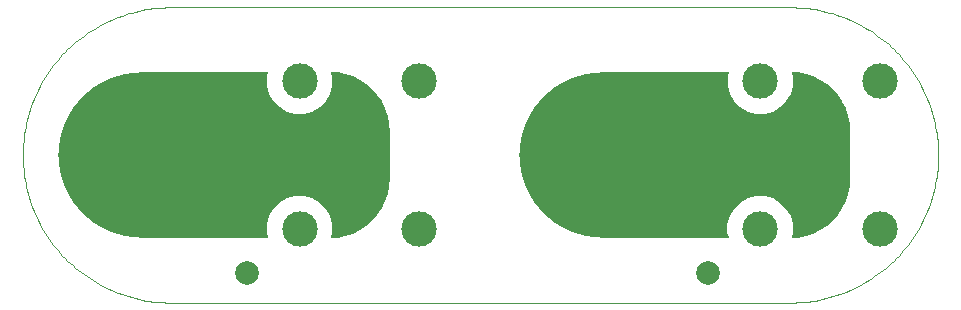
<source format=gtl>
G04 EAGLE Gerber RS-274X export*
G75*
%MOMM*%
%FSLAX35Y35*%
%LPD*%
%INcopper_top*%
%IPPOS*%
%AMOC8*
5,1,8,0,0,1.08239X$1,22.5*%
G01*
%ADD10C,0.000000*%
%ADD11C,3.000000*%
%ADD12C,5.000000*%
%ADD13C,14.000000*%
%ADD14C,2.000000*%

G36*
X-878634Y-704854D02*
X-878634Y-704854D01*
X-877903Y-704785D01*
X-877665Y-704657D01*
X-877401Y-704603D01*
X-876797Y-704189D01*
X-876152Y-703842D01*
X-875983Y-703631D01*
X-875760Y-703478D01*
X-875364Y-702859D01*
X-874907Y-702289D01*
X-874834Y-702030D01*
X-874688Y-701802D01*
X-874565Y-701078D01*
X-874366Y-700374D01*
X-874394Y-700074D01*
X-874354Y-699840D01*
X-874456Y-699409D01*
X-874522Y-698706D01*
X-884500Y-661468D01*
X-884500Y-588532D01*
X-865623Y-518082D01*
X-829155Y-454917D01*
X-777583Y-403345D01*
X-714418Y-366877D01*
X-643968Y-347999D01*
X-571032Y-347999D01*
X-500582Y-366877D01*
X-437417Y-403345D01*
X-385845Y-454917D01*
X-349377Y-518082D01*
X-330499Y-588532D01*
X-330499Y-661468D01*
X-340221Y-697748D01*
X-340276Y-698641D01*
X-340368Y-699529D01*
X-340337Y-699629D01*
X-340343Y-699735D01*
X-340046Y-700577D01*
X-339784Y-701431D01*
X-339716Y-701512D01*
X-339681Y-701611D01*
X-339079Y-702270D01*
X-338504Y-702955D01*
X-338411Y-703003D01*
X-338339Y-703081D01*
X-337529Y-703453D01*
X-336732Y-703859D01*
X-336617Y-703871D01*
X-336531Y-703910D01*
X-336118Y-703923D01*
X-335065Y-704031D01*
X-284410Y-700711D01*
X-284135Y-700636D01*
X-283762Y-700626D01*
X-219615Y-687866D01*
X-219352Y-687756D01*
X-218984Y-687697D01*
X-157052Y-666674D01*
X-156805Y-666530D01*
X-156447Y-666423D01*
X-97789Y-637497D01*
X-97563Y-637322D01*
X-97223Y-637170D01*
X-42842Y-600833D01*
X-42641Y-600631D01*
X-42323Y-600435D01*
X6850Y-557312D01*
X7023Y-557085D01*
X7312Y-556850D01*
X50435Y-507677D01*
X50577Y-507429D01*
X50833Y-507158D01*
X87170Y-452778D01*
X87278Y-452513D01*
X87497Y-452211D01*
X116423Y-393553D01*
X116496Y-393277D01*
X116674Y-392948D01*
X137697Y-331016D01*
X137733Y-330734D01*
X137866Y-330385D01*
X150626Y-266238D01*
X150625Y-265953D01*
X150711Y-265590D01*
X154989Y-200327D01*
X154969Y-200180D01*
X154999Y-200000D01*
X154999Y200000D01*
X154994Y200028D01*
X154997Y200048D01*
X154971Y200156D01*
X154989Y200327D01*
X150711Y265590D01*
X150636Y265865D01*
X150626Y266238D01*
X137866Y330385D01*
X137756Y330648D01*
X137697Y331016D01*
X116674Y392948D01*
X116530Y393195D01*
X116423Y393553D01*
X87497Y452211D01*
X87322Y452437D01*
X87170Y452778D01*
X50833Y507158D01*
X50631Y507359D01*
X50435Y507677D01*
X7312Y556850D01*
X7085Y557023D01*
X6850Y557312D01*
X-42323Y600435D01*
X-42571Y600577D01*
X-42842Y600833D01*
X-97223Y637170D01*
X-97487Y637278D01*
X-97789Y637497D01*
X-156447Y666423D01*
X-156723Y666496D01*
X-157052Y666674D01*
X-218984Y687697D01*
X-219266Y687733D01*
X-219615Y687866D01*
X-283762Y700626D01*
X-284047Y700625D01*
X-284410Y700711D01*
X-334693Y704007D01*
X-335574Y703887D01*
X-336467Y703803D01*
X-336561Y703753D01*
X-336664Y703739D01*
X-337428Y703286D01*
X-338219Y702860D01*
X-338285Y702777D01*
X-338375Y702724D01*
X-338906Y702003D01*
X-339464Y701307D01*
X-339492Y701207D01*
X-339555Y701121D01*
X-339763Y700250D01*
X-340005Y699393D01*
X-339994Y699278D01*
X-340016Y699185D01*
X-339947Y698776D01*
X-339848Y697724D01*
X-329999Y660968D01*
X-329999Y588032D01*
X-348877Y517582D01*
X-385345Y454417D01*
X-436917Y402845D01*
X-500082Y366377D01*
X-570532Y347499D01*
X-643468Y347499D01*
X-713918Y366377D01*
X-777083Y402845D01*
X-828655Y454417D01*
X-865123Y517582D01*
X-884000Y588032D01*
X-884000Y660968D01*
X-873888Y698706D01*
X-873843Y699438D01*
X-873720Y700160D01*
X-873783Y700423D01*
X-873766Y700692D01*
X-874010Y701383D01*
X-874178Y702096D01*
X-874338Y702314D01*
X-874428Y702568D01*
X-874921Y703109D01*
X-875356Y703701D01*
X-875588Y703839D01*
X-875770Y704038D01*
X-876434Y704343D01*
X-877065Y704719D01*
X-877364Y704769D01*
X-877578Y704868D01*
X-878019Y704881D01*
X-878717Y704999D01*
X-1950000Y704999D01*
X-1950080Y704983D01*
X-1950160Y704997D01*
X-1951053Y704785D01*
X-1951950Y704603D01*
X-1952017Y704558D01*
X-1952096Y704539D01*
X-1952836Y703996D01*
X-1953591Y703478D01*
X-1953635Y703410D01*
X-1953701Y703362D01*
X-1954170Y702573D01*
X-1954663Y701802D01*
X-1954677Y701722D01*
X-1954719Y701652D01*
X-1954999Y700000D01*
X-1954999Y-700000D01*
X-1954983Y-700080D01*
X-1954997Y-700160D01*
X-1954785Y-701053D01*
X-1954603Y-701950D01*
X-1954558Y-702017D01*
X-1954539Y-702096D01*
X-1953996Y-702836D01*
X-1953478Y-703591D01*
X-1953410Y-703635D01*
X-1953362Y-703701D01*
X-1952573Y-704170D01*
X-1951802Y-704663D01*
X-1951722Y-704677D01*
X-1951652Y-704719D01*
X-1950000Y-704999D01*
X-879351Y-704999D01*
X-878634Y-704854D01*
G37*
G36*
X3021366Y-704854D02*
X3021366Y-704854D01*
X3022096Y-704785D01*
X3022334Y-704657D01*
X3022598Y-704603D01*
X3023203Y-704189D01*
X3023848Y-703842D01*
X3024017Y-703631D01*
X3024240Y-703478D01*
X3024635Y-702859D01*
X3025093Y-702289D01*
X3025166Y-702030D01*
X3025312Y-701802D01*
X3025435Y-701078D01*
X3025634Y-700374D01*
X3025606Y-700074D01*
X3025645Y-699840D01*
X3025543Y-699409D01*
X3025478Y-698706D01*
X3015499Y-661468D01*
X3015499Y-588532D01*
X3034377Y-518082D01*
X3070845Y-454917D01*
X3122417Y-403345D01*
X3185582Y-366877D01*
X3256032Y-347999D01*
X3328968Y-347999D01*
X3399418Y-366877D01*
X3462583Y-403345D01*
X3514155Y-454917D01*
X3550623Y-518082D01*
X3569500Y-588532D01*
X3569500Y-661468D01*
X3559779Y-697748D01*
X3559724Y-698641D01*
X3559632Y-699529D01*
X3559663Y-699629D01*
X3559657Y-699735D01*
X3559954Y-700577D01*
X3560216Y-701431D01*
X3560284Y-701512D01*
X3560319Y-701611D01*
X3560920Y-702270D01*
X3561496Y-702955D01*
X3561589Y-703003D01*
X3561660Y-703081D01*
X3562471Y-703453D01*
X3563268Y-703859D01*
X3563383Y-703871D01*
X3563469Y-703910D01*
X3563882Y-703923D01*
X3564935Y-704031D01*
X3615590Y-700711D01*
X3615865Y-700636D01*
X3616238Y-700626D01*
X3680385Y-687866D01*
X3680648Y-687756D01*
X3681016Y-687697D01*
X3742948Y-666674D01*
X3743195Y-666530D01*
X3743553Y-666423D01*
X3802211Y-637497D01*
X3802437Y-637322D01*
X3802778Y-637170D01*
X3857158Y-600833D01*
X3857359Y-600631D01*
X3857677Y-600435D01*
X3906850Y-557312D01*
X3907023Y-557085D01*
X3907312Y-556850D01*
X3950435Y-507677D01*
X3950577Y-507429D01*
X3950833Y-507158D01*
X3987170Y-452778D01*
X3987278Y-452513D01*
X3987497Y-452211D01*
X4016423Y-393553D01*
X4016496Y-393277D01*
X4016674Y-392948D01*
X4037697Y-331016D01*
X4037733Y-330734D01*
X4037866Y-330385D01*
X4050626Y-266238D01*
X4050625Y-265953D01*
X4050711Y-265590D01*
X4054989Y-200327D01*
X4054969Y-200180D01*
X4054999Y-200000D01*
X4054999Y200000D01*
X4054994Y200028D01*
X4054997Y200048D01*
X4054971Y200156D01*
X4054989Y200327D01*
X4050711Y265590D01*
X4050636Y265865D01*
X4050626Y266238D01*
X4037866Y330385D01*
X4037756Y330648D01*
X4037697Y331016D01*
X4016674Y392948D01*
X4016530Y393195D01*
X4016423Y393553D01*
X3987497Y452211D01*
X3987322Y452437D01*
X3987170Y452778D01*
X3950833Y507158D01*
X3950631Y507359D01*
X3950435Y507677D01*
X3907312Y556850D01*
X3907085Y557023D01*
X3906850Y557312D01*
X3857677Y600435D01*
X3857429Y600577D01*
X3857158Y600833D01*
X3802778Y637170D01*
X3802513Y637278D01*
X3802211Y637497D01*
X3743553Y666423D01*
X3743277Y666496D01*
X3742948Y666674D01*
X3681016Y687697D01*
X3680734Y687733D01*
X3680385Y687866D01*
X3616238Y700626D01*
X3615953Y700625D01*
X3615590Y700711D01*
X3565307Y704007D01*
X3564425Y703887D01*
X3563533Y703803D01*
X3563439Y703753D01*
X3563336Y703739D01*
X3562572Y703286D01*
X3561781Y702860D01*
X3561714Y702777D01*
X3561624Y702724D01*
X3561094Y702003D01*
X3560536Y701307D01*
X3560508Y701207D01*
X3560445Y701121D01*
X3560237Y700250D01*
X3559995Y699393D01*
X3560006Y699278D01*
X3559984Y699185D01*
X3560053Y698776D01*
X3560151Y697724D01*
X3570000Y660968D01*
X3570000Y588032D01*
X3551123Y517582D01*
X3514655Y454417D01*
X3463083Y402845D01*
X3399918Y366377D01*
X3329468Y347499D01*
X3256532Y347499D01*
X3186082Y366377D01*
X3122917Y402845D01*
X3071345Y454417D01*
X3034877Y517582D01*
X3015999Y588032D01*
X3015999Y660968D01*
X3026112Y698706D01*
X3026157Y699438D01*
X3026279Y700160D01*
X3026217Y700423D01*
X3026234Y700692D01*
X3025990Y701383D01*
X3025821Y702096D01*
X3025661Y702314D01*
X3025572Y702568D01*
X3025078Y703109D01*
X3024644Y703701D01*
X3024412Y703839D01*
X3024230Y704038D01*
X3023565Y704343D01*
X3022934Y704719D01*
X3022636Y704769D01*
X3022421Y704868D01*
X3021980Y704881D01*
X3021283Y704999D01*
X1950000Y704999D01*
X1949920Y704983D01*
X1949840Y704997D01*
X1948947Y704785D01*
X1948050Y704603D01*
X1947983Y704558D01*
X1947904Y704539D01*
X1947164Y703996D01*
X1946409Y703478D01*
X1946365Y703410D01*
X1946299Y703362D01*
X1945830Y702573D01*
X1945337Y701802D01*
X1945323Y701722D01*
X1945281Y701652D01*
X1945001Y700000D01*
X1945001Y-700000D01*
X1945017Y-700080D01*
X1945003Y-700160D01*
X1945215Y-701053D01*
X1945397Y-701950D01*
X1945443Y-702017D01*
X1945461Y-702096D01*
X1946004Y-702836D01*
X1946522Y-703591D01*
X1946590Y-703635D01*
X1946638Y-703701D01*
X1947428Y-704170D01*
X1948198Y-704663D01*
X1948278Y-704677D01*
X1948348Y-704719D01*
X1950000Y-704999D01*
X3020648Y-704999D01*
X3021366Y-704854D01*
G37*
D10*
X-1700000Y1250000D02*
X3550000Y1250000D01*
X3580205Y1249635D01*
X3610392Y1248540D01*
X3640544Y1246716D01*
X3670642Y1244165D01*
X3700671Y1240886D01*
X3730611Y1236883D01*
X3760446Y1232158D01*
X3790158Y1226713D01*
X3819730Y1220551D01*
X3849145Y1213677D01*
X3878384Y1206094D01*
X3907432Y1197807D01*
X3936271Y1188821D01*
X3964885Y1179140D01*
X3993256Y1168770D01*
X4021369Y1157718D01*
X4049206Y1145990D01*
X4076751Y1133593D01*
X4103989Y1120534D01*
X4130904Y1106820D01*
X4157479Y1092460D01*
X4183700Y1077462D01*
X4209550Y1061835D01*
X4235016Y1045588D01*
X4260081Y1028730D01*
X4284732Y1011271D01*
X4308953Y993222D01*
X4332731Y974593D01*
X4356053Y955395D01*
X4378903Y935638D01*
X4401270Y915336D01*
X4423139Y894499D01*
X4444499Y873139D01*
X4465336Y851270D01*
X4485638Y828903D01*
X4505395Y806053D01*
X4524593Y782731D01*
X4543222Y758953D01*
X4561271Y734732D01*
X4578730Y710081D01*
X4595588Y685016D01*
X4611835Y659550D01*
X4627462Y633700D01*
X4642460Y607479D01*
X4656820Y580904D01*
X4670534Y553989D01*
X4683593Y526751D01*
X4695990Y499206D01*
X4707718Y471369D01*
X4718770Y443256D01*
X4729140Y414885D01*
X4738821Y386271D01*
X4747807Y357432D01*
X4756094Y328384D01*
X4763677Y299145D01*
X4770551Y269730D01*
X4776713Y240158D01*
X4782158Y210446D01*
X4786883Y180611D01*
X4790886Y150671D01*
X4794165Y120642D01*
X4796716Y90544D01*
X4798540Y60392D01*
X4799635Y30205D01*
X4800000Y0D01*
X4799635Y-30205D01*
X4798540Y-60392D01*
X4796716Y-90544D01*
X4794165Y-120642D01*
X4790886Y-150671D01*
X4786883Y-180611D01*
X4782158Y-210446D01*
X4776713Y-240158D01*
X4770551Y-269730D01*
X4763677Y-299145D01*
X4756094Y-328384D01*
X4747807Y-357432D01*
X4738821Y-386271D01*
X4729140Y-414885D01*
X4718770Y-443256D01*
X4707718Y-471369D01*
X4695990Y-499206D01*
X4683593Y-526751D01*
X4670534Y-553989D01*
X4656820Y-580904D01*
X4642460Y-607479D01*
X4627462Y-633700D01*
X4611835Y-659550D01*
X4595588Y-685016D01*
X4578730Y-710081D01*
X4561271Y-734732D01*
X4543222Y-758953D01*
X4524593Y-782731D01*
X4505395Y-806053D01*
X4485638Y-828903D01*
X4465336Y-851270D01*
X4444499Y-873139D01*
X4423139Y-894499D01*
X4401270Y-915336D01*
X4378903Y-935638D01*
X4356053Y-955395D01*
X4332731Y-974593D01*
X4308953Y-993222D01*
X4284732Y-1011271D01*
X4260081Y-1028730D01*
X4235016Y-1045588D01*
X4209550Y-1061835D01*
X4183700Y-1077462D01*
X4157479Y-1092460D01*
X4130904Y-1106820D01*
X4103989Y-1120534D01*
X4076751Y-1133593D01*
X4049206Y-1145990D01*
X4021369Y-1157718D01*
X3993256Y-1168770D01*
X3964885Y-1179140D01*
X3936271Y-1188821D01*
X3907432Y-1197807D01*
X3878384Y-1206094D01*
X3849145Y-1213677D01*
X3819730Y-1220551D01*
X3790158Y-1226713D01*
X3760446Y-1232158D01*
X3730611Y-1236883D01*
X3700671Y-1240886D01*
X3670642Y-1244165D01*
X3640544Y-1246716D01*
X3610392Y-1248540D01*
X3580205Y-1249635D01*
X3550000Y-1250000D01*
X-1700000Y-1250000D01*
X-1730205Y-1249635D01*
X-1760392Y-1248540D01*
X-1790544Y-1246716D01*
X-1820642Y-1244165D01*
X-1850671Y-1240886D01*
X-1880611Y-1236883D01*
X-1910446Y-1232158D01*
X-1940158Y-1226713D01*
X-1969730Y-1220551D01*
X-1999145Y-1213677D01*
X-2028384Y-1206094D01*
X-2057432Y-1197807D01*
X-2086271Y-1188821D01*
X-2114885Y-1179140D01*
X-2143256Y-1168770D01*
X-2171369Y-1157718D01*
X-2199206Y-1145990D01*
X-2226751Y-1133593D01*
X-2253989Y-1120534D01*
X-2280904Y-1106820D01*
X-2307479Y-1092460D01*
X-2333700Y-1077462D01*
X-2359550Y-1061835D01*
X-2385016Y-1045588D01*
X-2410081Y-1028730D01*
X-2434732Y-1011271D01*
X-2458953Y-993222D01*
X-2482731Y-974593D01*
X-2506053Y-955395D01*
X-2528903Y-935638D01*
X-2551270Y-915336D01*
X-2573139Y-894499D01*
X-2594499Y-873139D01*
X-2615336Y-851270D01*
X-2635638Y-828903D01*
X-2655395Y-806053D01*
X-2674593Y-782731D01*
X-2693222Y-758953D01*
X-2711271Y-734732D01*
X-2728730Y-710081D01*
X-2745588Y-685016D01*
X-2761835Y-659550D01*
X-2777462Y-633700D01*
X-2792460Y-607479D01*
X-2806820Y-580904D01*
X-2820534Y-553989D01*
X-2833593Y-526751D01*
X-2845990Y-499206D01*
X-2857718Y-471369D01*
X-2868770Y-443256D01*
X-2879140Y-414885D01*
X-2888821Y-386271D01*
X-2897807Y-357432D01*
X-2906094Y-328384D01*
X-2913677Y-299145D01*
X-2920551Y-269730D01*
X-2926713Y-240158D01*
X-2932158Y-210446D01*
X-2936883Y-180611D01*
X-2940886Y-150671D01*
X-2944165Y-120642D01*
X-2946716Y-90544D01*
X-2948540Y-60392D01*
X-2949635Y-30205D01*
X-2950000Y0D01*
X-2949635Y30205D01*
X-2948540Y60392D01*
X-2946716Y90544D01*
X-2944165Y120642D01*
X-2940886Y150671D01*
X-2936883Y180611D01*
X-2932158Y210446D01*
X-2926713Y240158D01*
X-2920551Y269730D01*
X-2913677Y299145D01*
X-2906094Y328384D01*
X-2897807Y357432D01*
X-2888821Y386271D01*
X-2879140Y414885D01*
X-2868770Y443256D01*
X-2857718Y471369D01*
X-2845990Y499206D01*
X-2833593Y526751D01*
X-2820534Y553989D01*
X-2806820Y580904D01*
X-2792460Y607479D01*
X-2777462Y633700D01*
X-2761835Y659550D01*
X-2745588Y685016D01*
X-2728730Y710081D01*
X-2711271Y734732D01*
X-2693222Y758953D01*
X-2674593Y782731D01*
X-2655395Y806053D01*
X-2635638Y828903D01*
X-2615336Y851270D01*
X-2594499Y873139D01*
X-2573139Y894499D01*
X-2551270Y915336D01*
X-2528903Y935638D01*
X-2506053Y955395D01*
X-2482731Y974593D01*
X-2458953Y993222D01*
X-2434732Y1011271D01*
X-2410081Y1028730D01*
X-2385016Y1045588D01*
X-2359550Y1061835D01*
X-2333700Y1077462D01*
X-2307479Y1092460D01*
X-2280904Y1106820D01*
X-2253989Y1120534D01*
X-2226751Y1133593D01*
X-2199206Y1145990D01*
X-2171369Y1157718D01*
X-2143256Y1168770D01*
X-2114885Y1179140D01*
X-2086271Y1188821D01*
X-2057432Y1197807D01*
X-2028384Y1206094D01*
X-1999145Y1213677D01*
X-1969730Y1220551D01*
X-1940158Y1226713D01*
X-1910446Y1232158D01*
X-1880611Y1236883D01*
X-1850671Y1240886D01*
X-1820642Y1244165D01*
X-1790544Y1246716D01*
X-1760392Y1248540D01*
X-1730205Y1249635D01*
X-1700000Y1250000D01*
D11*
X407500Y-625000D03*
X407500Y625000D03*
X-607500Y-625000D03*
X-607000Y624500D03*
D12*
X-100000Y0D03*
D11*
X4307500Y-625000D03*
X4307500Y625000D03*
X3292500Y-625000D03*
X3293000Y624500D03*
D12*
X3800000Y0D03*
D13*
X1950000Y0D03*
D14*
X2850000Y-1000000D03*
D13*
X-1950000Y0D03*
D14*
X-1050000Y-1000000D03*
M02*

</source>
